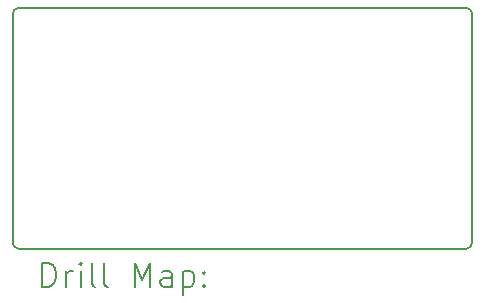
<source format=gbr>
%TF.GenerationSoftware,KiCad,Pcbnew,8.0.2*%
%TF.CreationDate,2025-12-30T14:28:23-05:00*%
%TF.ProjectId,voltage regulator,766f6c74-6167-4652-9072-6567756c6174,rev?*%
%TF.SameCoordinates,Original*%
%TF.FileFunction,Drillmap*%
%TF.FilePolarity,Positive*%
%FSLAX45Y45*%
G04 Gerber Fmt 4.5, Leading zero omitted, Abs format (unit mm)*
G04 Created by KiCad (PCBNEW 8.0.2) date 2025-12-30 14:28:23*
%MOMM*%
%LPD*%
G01*
G04 APERTURE LIST*
%ADD10C,0.200000*%
G04 APERTURE END LIST*
D10*
X14502500Y-10490000D02*
X10712500Y-10490000D01*
X10662500Y-10440000D02*
X10662500Y-8500000D01*
X14552500Y-8500000D02*
X14552500Y-10440000D01*
X10712500Y-8450000D02*
X14502500Y-8450000D01*
X10712500Y-10490000D02*
G75*
G02*
X10662500Y-10440000I0J50000D01*
G01*
X14552500Y-10440000D02*
G75*
G02*
X14502500Y-10490000I-50000J0D01*
G01*
X10662500Y-8500000D02*
G75*
G02*
X10712500Y-8450000I50000J0D01*
G01*
X14502500Y-8450000D02*
G75*
G02*
X14552500Y-8500000I0J-50000D01*
G01*
X10913277Y-10811484D02*
X10913277Y-10611484D01*
X10913277Y-10611484D02*
X10960896Y-10611484D01*
X10960896Y-10611484D02*
X10989467Y-10621008D01*
X10989467Y-10621008D02*
X11008515Y-10640055D01*
X11008515Y-10640055D02*
X11018039Y-10659103D01*
X11018039Y-10659103D02*
X11027563Y-10697198D01*
X11027563Y-10697198D02*
X11027563Y-10725770D01*
X11027563Y-10725770D02*
X11018039Y-10763865D01*
X11018039Y-10763865D02*
X11008515Y-10782912D01*
X11008515Y-10782912D02*
X10989467Y-10801960D01*
X10989467Y-10801960D02*
X10960896Y-10811484D01*
X10960896Y-10811484D02*
X10913277Y-10811484D01*
X11113277Y-10811484D02*
X11113277Y-10678150D01*
X11113277Y-10716246D02*
X11122801Y-10697198D01*
X11122801Y-10697198D02*
X11132324Y-10687674D01*
X11132324Y-10687674D02*
X11151372Y-10678150D01*
X11151372Y-10678150D02*
X11170420Y-10678150D01*
X11237086Y-10811484D02*
X11237086Y-10678150D01*
X11237086Y-10611484D02*
X11227562Y-10621008D01*
X11227562Y-10621008D02*
X11237086Y-10630531D01*
X11237086Y-10630531D02*
X11246610Y-10621008D01*
X11246610Y-10621008D02*
X11237086Y-10611484D01*
X11237086Y-10611484D02*
X11237086Y-10630531D01*
X11360896Y-10811484D02*
X11341848Y-10801960D01*
X11341848Y-10801960D02*
X11332324Y-10782912D01*
X11332324Y-10782912D02*
X11332324Y-10611484D01*
X11465658Y-10811484D02*
X11446610Y-10801960D01*
X11446610Y-10801960D02*
X11437086Y-10782912D01*
X11437086Y-10782912D02*
X11437086Y-10611484D01*
X11694229Y-10811484D02*
X11694229Y-10611484D01*
X11694229Y-10611484D02*
X11760896Y-10754341D01*
X11760896Y-10754341D02*
X11827562Y-10611484D01*
X11827562Y-10611484D02*
X11827562Y-10811484D01*
X12008515Y-10811484D02*
X12008515Y-10706722D01*
X12008515Y-10706722D02*
X11998991Y-10687674D01*
X11998991Y-10687674D02*
X11979943Y-10678150D01*
X11979943Y-10678150D02*
X11941848Y-10678150D01*
X11941848Y-10678150D02*
X11922801Y-10687674D01*
X12008515Y-10801960D02*
X11989467Y-10811484D01*
X11989467Y-10811484D02*
X11941848Y-10811484D01*
X11941848Y-10811484D02*
X11922801Y-10801960D01*
X11922801Y-10801960D02*
X11913277Y-10782912D01*
X11913277Y-10782912D02*
X11913277Y-10763865D01*
X11913277Y-10763865D02*
X11922801Y-10744817D01*
X11922801Y-10744817D02*
X11941848Y-10735293D01*
X11941848Y-10735293D02*
X11989467Y-10735293D01*
X11989467Y-10735293D02*
X12008515Y-10725770D01*
X12103753Y-10678150D02*
X12103753Y-10878150D01*
X12103753Y-10687674D02*
X12122801Y-10678150D01*
X12122801Y-10678150D02*
X12160896Y-10678150D01*
X12160896Y-10678150D02*
X12179943Y-10687674D01*
X12179943Y-10687674D02*
X12189467Y-10697198D01*
X12189467Y-10697198D02*
X12198991Y-10716246D01*
X12198991Y-10716246D02*
X12198991Y-10773389D01*
X12198991Y-10773389D02*
X12189467Y-10792436D01*
X12189467Y-10792436D02*
X12179943Y-10801960D01*
X12179943Y-10801960D02*
X12160896Y-10811484D01*
X12160896Y-10811484D02*
X12122801Y-10811484D01*
X12122801Y-10811484D02*
X12103753Y-10801960D01*
X12284705Y-10792436D02*
X12294229Y-10801960D01*
X12294229Y-10801960D02*
X12284705Y-10811484D01*
X12284705Y-10811484D02*
X12275182Y-10801960D01*
X12275182Y-10801960D02*
X12284705Y-10792436D01*
X12284705Y-10792436D02*
X12284705Y-10811484D01*
X12284705Y-10687674D02*
X12294229Y-10697198D01*
X12294229Y-10697198D02*
X12284705Y-10706722D01*
X12284705Y-10706722D02*
X12275182Y-10697198D01*
X12275182Y-10697198D02*
X12284705Y-10687674D01*
X12284705Y-10687674D02*
X12284705Y-10706722D01*
M02*

</source>
